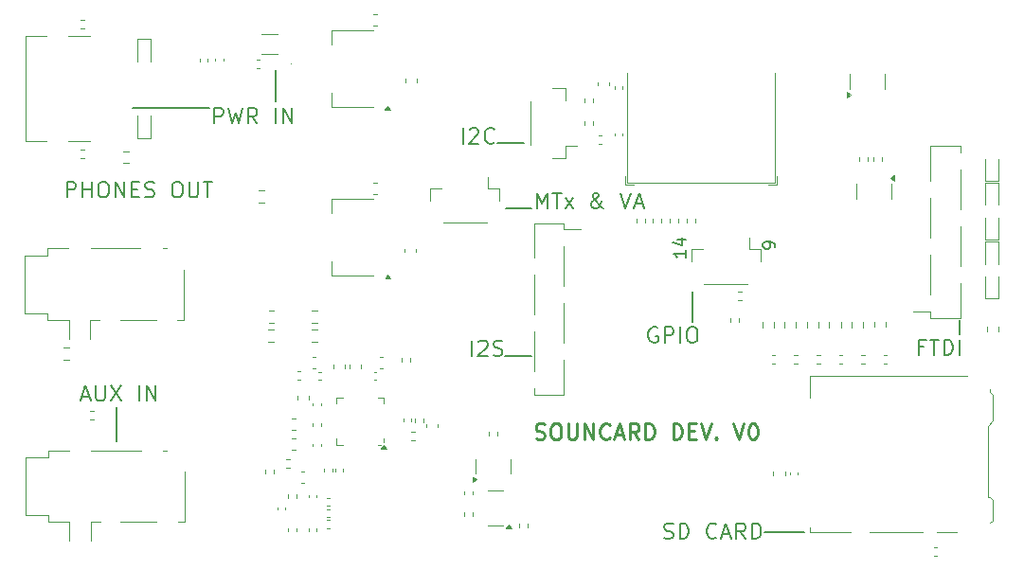
<source format=gbr>
%TF.GenerationSoftware,KiCad,Pcbnew,8.0.8-8.0.8-0~ubuntu24.04.1*%
%TF.CreationDate,2025-05-06T14:12:09+03:00*%
%TF.ProjectId,kicad_soundcard_dev_v0,6b696361-645f-4736-9f75-6e6463617264,rev?*%
%TF.SameCoordinates,Original*%
%TF.FileFunction,Legend,Top*%
%TF.FilePolarity,Positive*%
%FSLAX46Y46*%
G04 Gerber Fmt 4.6, Leading zero omitted, Abs format (unit mm)*
G04 Created by KiCad (PCBNEW 8.0.8-8.0.8-0~ubuntu24.04.1) date 2025-05-06 14:12:09*
%MOMM*%
%LPD*%
G01*
G04 APERTURE LIST*
%ADD10C,0.240000*%
%ADD11C,0.155000*%
%ADD12C,0.160000*%
%ADD13C,0.120000*%
%ADD14C,0.100000*%
G04 APERTURE END LIST*
D10*
X183754560Y-99799520D02*
X183954560Y-99866186D01*
X183954560Y-99866186D02*
X184287894Y-99866186D01*
X184287894Y-99866186D02*
X184421227Y-99799520D01*
X184421227Y-99799520D02*
X184487894Y-99732853D01*
X184487894Y-99732853D02*
X184554560Y-99599520D01*
X184554560Y-99599520D02*
X184554560Y-99466186D01*
X184554560Y-99466186D02*
X184487894Y-99332853D01*
X184487894Y-99332853D02*
X184421227Y-99266186D01*
X184421227Y-99266186D02*
X184287894Y-99199520D01*
X184287894Y-99199520D02*
X184021227Y-99132853D01*
X184021227Y-99132853D02*
X183887894Y-99066186D01*
X183887894Y-99066186D02*
X183821227Y-98999520D01*
X183821227Y-98999520D02*
X183754560Y-98866186D01*
X183754560Y-98866186D02*
X183754560Y-98732853D01*
X183754560Y-98732853D02*
X183821227Y-98599520D01*
X183821227Y-98599520D02*
X183887894Y-98532853D01*
X183887894Y-98532853D02*
X184021227Y-98466186D01*
X184021227Y-98466186D02*
X184354560Y-98466186D01*
X184354560Y-98466186D02*
X184554560Y-98532853D01*
X185421227Y-98466186D02*
X185687893Y-98466186D01*
X185687893Y-98466186D02*
X185821227Y-98532853D01*
X185821227Y-98532853D02*
X185954560Y-98666186D01*
X185954560Y-98666186D02*
X186021227Y-98932853D01*
X186021227Y-98932853D02*
X186021227Y-99399520D01*
X186021227Y-99399520D02*
X185954560Y-99666186D01*
X185954560Y-99666186D02*
X185821227Y-99799520D01*
X185821227Y-99799520D02*
X185687893Y-99866186D01*
X185687893Y-99866186D02*
X185421227Y-99866186D01*
X185421227Y-99866186D02*
X185287893Y-99799520D01*
X185287893Y-99799520D02*
X185154560Y-99666186D01*
X185154560Y-99666186D02*
X185087893Y-99399520D01*
X185087893Y-99399520D02*
X185087893Y-98932853D01*
X185087893Y-98932853D02*
X185154560Y-98666186D01*
X185154560Y-98666186D02*
X185287893Y-98532853D01*
X185287893Y-98532853D02*
X185421227Y-98466186D01*
X186621227Y-98466186D02*
X186621227Y-99599520D01*
X186621227Y-99599520D02*
X186687894Y-99732853D01*
X186687894Y-99732853D02*
X186754560Y-99799520D01*
X186754560Y-99799520D02*
X186887894Y-99866186D01*
X186887894Y-99866186D02*
X187154560Y-99866186D01*
X187154560Y-99866186D02*
X187287894Y-99799520D01*
X187287894Y-99799520D02*
X187354560Y-99732853D01*
X187354560Y-99732853D02*
X187421227Y-99599520D01*
X187421227Y-99599520D02*
X187421227Y-98466186D01*
X188087894Y-99866186D02*
X188087894Y-98466186D01*
X188087894Y-98466186D02*
X188887894Y-99866186D01*
X188887894Y-99866186D02*
X188887894Y-98466186D01*
X190354561Y-99732853D02*
X190287894Y-99799520D01*
X190287894Y-99799520D02*
X190087894Y-99866186D01*
X190087894Y-99866186D02*
X189954561Y-99866186D01*
X189954561Y-99866186D02*
X189754561Y-99799520D01*
X189754561Y-99799520D02*
X189621228Y-99666186D01*
X189621228Y-99666186D02*
X189554561Y-99532853D01*
X189554561Y-99532853D02*
X189487894Y-99266186D01*
X189487894Y-99266186D02*
X189487894Y-99066186D01*
X189487894Y-99066186D02*
X189554561Y-98799520D01*
X189554561Y-98799520D02*
X189621228Y-98666186D01*
X189621228Y-98666186D02*
X189754561Y-98532853D01*
X189754561Y-98532853D02*
X189954561Y-98466186D01*
X189954561Y-98466186D02*
X190087894Y-98466186D01*
X190087894Y-98466186D02*
X190287894Y-98532853D01*
X190287894Y-98532853D02*
X190354561Y-98599520D01*
X190887894Y-99466186D02*
X191554561Y-99466186D01*
X190754561Y-99866186D02*
X191221228Y-98466186D01*
X191221228Y-98466186D02*
X191687894Y-99866186D01*
X192954561Y-99866186D02*
X192487894Y-99199520D01*
X192154561Y-99866186D02*
X192154561Y-98466186D01*
X192154561Y-98466186D02*
X192687894Y-98466186D01*
X192687894Y-98466186D02*
X192821228Y-98532853D01*
X192821228Y-98532853D02*
X192887894Y-98599520D01*
X192887894Y-98599520D02*
X192954561Y-98732853D01*
X192954561Y-98732853D02*
X192954561Y-98932853D01*
X192954561Y-98932853D02*
X192887894Y-99066186D01*
X192887894Y-99066186D02*
X192821228Y-99132853D01*
X192821228Y-99132853D02*
X192687894Y-99199520D01*
X192687894Y-99199520D02*
X192154561Y-99199520D01*
X193554561Y-99866186D02*
X193554561Y-98466186D01*
X193554561Y-98466186D02*
X193887894Y-98466186D01*
X193887894Y-98466186D02*
X194087894Y-98532853D01*
X194087894Y-98532853D02*
X194221228Y-98666186D01*
X194221228Y-98666186D02*
X194287894Y-98799520D01*
X194287894Y-98799520D02*
X194354561Y-99066186D01*
X194354561Y-99066186D02*
X194354561Y-99266186D01*
X194354561Y-99266186D02*
X194287894Y-99532853D01*
X194287894Y-99532853D02*
X194221228Y-99666186D01*
X194221228Y-99666186D02*
X194087894Y-99799520D01*
X194087894Y-99799520D02*
X193887894Y-99866186D01*
X193887894Y-99866186D02*
X193554561Y-99866186D01*
X196021228Y-99866186D02*
X196021228Y-98466186D01*
X196021228Y-98466186D02*
X196354561Y-98466186D01*
X196354561Y-98466186D02*
X196554561Y-98532853D01*
X196554561Y-98532853D02*
X196687895Y-98666186D01*
X196687895Y-98666186D02*
X196754561Y-98799520D01*
X196754561Y-98799520D02*
X196821228Y-99066186D01*
X196821228Y-99066186D02*
X196821228Y-99266186D01*
X196821228Y-99266186D02*
X196754561Y-99532853D01*
X196754561Y-99532853D02*
X196687895Y-99666186D01*
X196687895Y-99666186D02*
X196554561Y-99799520D01*
X196554561Y-99799520D02*
X196354561Y-99866186D01*
X196354561Y-99866186D02*
X196021228Y-99866186D01*
X197421228Y-99132853D02*
X197887895Y-99132853D01*
X198087895Y-99866186D02*
X197421228Y-99866186D01*
X197421228Y-99866186D02*
X197421228Y-98466186D01*
X197421228Y-98466186D02*
X198087895Y-98466186D01*
X198487895Y-98466186D02*
X198954562Y-99866186D01*
X198954562Y-99866186D02*
X199421228Y-98466186D01*
X199887895Y-99732853D02*
X199954562Y-99799520D01*
X199954562Y-99799520D02*
X199887895Y-99866186D01*
X199887895Y-99866186D02*
X199821228Y-99799520D01*
X199821228Y-99799520D02*
X199887895Y-99732853D01*
X199887895Y-99732853D02*
X199887895Y-99866186D01*
X201421229Y-98466186D02*
X201887896Y-99866186D01*
X201887896Y-99866186D02*
X202354562Y-98466186D01*
X203087896Y-98466186D02*
X203221229Y-98466186D01*
X203221229Y-98466186D02*
X203354562Y-98532853D01*
X203354562Y-98532853D02*
X203421229Y-98599520D01*
X203421229Y-98599520D02*
X203487896Y-98732853D01*
X203487896Y-98732853D02*
X203554562Y-98999520D01*
X203554562Y-98999520D02*
X203554562Y-99332853D01*
X203554562Y-99332853D02*
X203487896Y-99599520D01*
X203487896Y-99599520D02*
X203421229Y-99732853D01*
X203421229Y-99732853D02*
X203354562Y-99799520D01*
X203354562Y-99799520D02*
X203221229Y-99866186D01*
X203221229Y-99866186D02*
X203087896Y-99866186D01*
X203087896Y-99866186D02*
X202954562Y-99799520D01*
X202954562Y-99799520D02*
X202887896Y-99732853D01*
X202887896Y-99732853D02*
X202821229Y-99599520D01*
X202821229Y-99599520D02*
X202754562Y-99332853D01*
X202754562Y-99332853D02*
X202754562Y-98999520D01*
X202754562Y-98999520D02*
X202821229Y-98732853D01*
X202821229Y-98732853D02*
X202887896Y-98599520D01*
X202887896Y-98599520D02*
X202954562Y-98532853D01*
X202954562Y-98532853D02*
X203087896Y-98466186D01*
D11*
X181050000Y-79225000D02*
X183350000Y-79225000D01*
X146300000Y-100050000D02*
X146300000Y-96950000D01*
X154600000Y-70200000D02*
X147700000Y-70200000D01*
X160470000Y-69650000D02*
X160470000Y-66870000D01*
X180350000Y-73400000D02*
X182650000Y-73400000D01*
X221650000Y-90500000D02*
X221650000Y-89200000D01*
X204150000Y-108150000D02*
X207750000Y-108150000D01*
X180990000Y-92410000D02*
X183335000Y-92410000D01*
X197740000Y-89350000D02*
X197740000Y-86650000D01*
X195218639Y-108703940D02*
X195418639Y-108770606D01*
X195418639Y-108770606D02*
X195751973Y-108770606D01*
X195751973Y-108770606D02*
X195885306Y-108703940D01*
X195885306Y-108703940D02*
X195951973Y-108637273D01*
X195951973Y-108637273D02*
X196018639Y-108503940D01*
X196018639Y-108503940D02*
X196018639Y-108370606D01*
X196018639Y-108370606D02*
X195951973Y-108237273D01*
X195951973Y-108237273D02*
X195885306Y-108170606D01*
X195885306Y-108170606D02*
X195751973Y-108103940D01*
X195751973Y-108103940D02*
X195485306Y-108037273D01*
X195485306Y-108037273D02*
X195351973Y-107970606D01*
X195351973Y-107970606D02*
X195285306Y-107903940D01*
X195285306Y-107903940D02*
X195218639Y-107770606D01*
X195218639Y-107770606D02*
X195218639Y-107637273D01*
X195218639Y-107637273D02*
X195285306Y-107503940D01*
X195285306Y-107503940D02*
X195351973Y-107437273D01*
X195351973Y-107437273D02*
X195485306Y-107370606D01*
X195485306Y-107370606D02*
X195818639Y-107370606D01*
X195818639Y-107370606D02*
X196018639Y-107437273D01*
X196618639Y-108770606D02*
X196618639Y-107370606D01*
X196618639Y-107370606D02*
X196951972Y-107370606D01*
X196951972Y-107370606D02*
X197151972Y-107437273D01*
X197151972Y-107437273D02*
X197285306Y-107570606D01*
X197285306Y-107570606D02*
X197351972Y-107703940D01*
X197351972Y-107703940D02*
X197418639Y-107970606D01*
X197418639Y-107970606D02*
X197418639Y-108170606D01*
X197418639Y-108170606D02*
X197351972Y-108437273D01*
X197351972Y-108437273D02*
X197285306Y-108570606D01*
X197285306Y-108570606D02*
X197151972Y-108703940D01*
X197151972Y-108703940D02*
X196951972Y-108770606D01*
X196951972Y-108770606D02*
X196618639Y-108770606D01*
X199885306Y-108637273D02*
X199818639Y-108703940D01*
X199818639Y-108703940D02*
X199618639Y-108770606D01*
X199618639Y-108770606D02*
X199485306Y-108770606D01*
X199485306Y-108770606D02*
X199285306Y-108703940D01*
X199285306Y-108703940D02*
X199151973Y-108570606D01*
X199151973Y-108570606D02*
X199085306Y-108437273D01*
X199085306Y-108437273D02*
X199018639Y-108170606D01*
X199018639Y-108170606D02*
X199018639Y-107970606D01*
X199018639Y-107970606D02*
X199085306Y-107703940D01*
X199085306Y-107703940D02*
X199151973Y-107570606D01*
X199151973Y-107570606D02*
X199285306Y-107437273D01*
X199285306Y-107437273D02*
X199485306Y-107370606D01*
X199485306Y-107370606D02*
X199618639Y-107370606D01*
X199618639Y-107370606D02*
X199818639Y-107437273D01*
X199818639Y-107437273D02*
X199885306Y-107503940D01*
X200418639Y-108370606D02*
X201085306Y-108370606D01*
X200285306Y-108770606D02*
X200751973Y-107370606D01*
X200751973Y-107370606D02*
X201218639Y-108770606D01*
X202485306Y-108770606D02*
X202018639Y-108103940D01*
X201685306Y-108770606D02*
X201685306Y-107370606D01*
X201685306Y-107370606D02*
X202218639Y-107370606D01*
X202218639Y-107370606D02*
X202351973Y-107437273D01*
X202351973Y-107437273D02*
X202418639Y-107503940D01*
X202418639Y-107503940D02*
X202485306Y-107637273D01*
X202485306Y-107637273D02*
X202485306Y-107837273D01*
X202485306Y-107837273D02*
X202418639Y-107970606D01*
X202418639Y-107970606D02*
X202351973Y-108037273D01*
X202351973Y-108037273D02*
X202218639Y-108103940D01*
X202218639Y-108103940D02*
X201685306Y-108103940D01*
X203085306Y-108770606D02*
X203085306Y-107370606D01*
X203085306Y-107370606D02*
X203418639Y-107370606D01*
X203418639Y-107370606D02*
X203618639Y-107437273D01*
X203618639Y-107437273D02*
X203751973Y-107570606D01*
X203751973Y-107570606D02*
X203818639Y-107703940D01*
X203818639Y-107703940D02*
X203885306Y-107970606D01*
X203885306Y-107970606D02*
X203885306Y-108170606D01*
X203885306Y-108170606D02*
X203818639Y-108437273D01*
X203818639Y-108437273D02*
X203751973Y-108570606D01*
X203751973Y-108570606D02*
X203618639Y-108703940D01*
X203618639Y-108703940D02*
X203418639Y-108770606D01*
X203418639Y-108770606D02*
X203085306Y-108770606D01*
X141835306Y-78220606D02*
X141835306Y-76820606D01*
X141835306Y-76820606D02*
X142368639Y-76820606D01*
X142368639Y-76820606D02*
X142501973Y-76887273D01*
X142501973Y-76887273D02*
X142568639Y-76953940D01*
X142568639Y-76953940D02*
X142635306Y-77087273D01*
X142635306Y-77087273D02*
X142635306Y-77287273D01*
X142635306Y-77287273D02*
X142568639Y-77420606D01*
X142568639Y-77420606D02*
X142501973Y-77487273D01*
X142501973Y-77487273D02*
X142368639Y-77553940D01*
X142368639Y-77553940D02*
X141835306Y-77553940D01*
X143235306Y-78220606D02*
X143235306Y-76820606D01*
X143235306Y-77487273D02*
X144035306Y-77487273D01*
X144035306Y-78220606D02*
X144035306Y-76820606D01*
X144968640Y-76820606D02*
X145235306Y-76820606D01*
X145235306Y-76820606D02*
X145368640Y-76887273D01*
X145368640Y-76887273D02*
X145501973Y-77020606D01*
X145501973Y-77020606D02*
X145568640Y-77287273D01*
X145568640Y-77287273D02*
X145568640Y-77753940D01*
X145568640Y-77753940D02*
X145501973Y-78020606D01*
X145501973Y-78020606D02*
X145368640Y-78153940D01*
X145368640Y-78153940D02*
X145235306Y-78220606D01*
X145235306Y-78220606D02*
X144968640Y-78220606D01*
X144968640Y-78220606D02*
X144835306Y-78153940D01*
X144835306Y-78153940D02*
X144701973Y-78020606D01*
X144701973Y-78020606D02*
X144635306Y-77753940D01*
X144635306Y-77753940D02*
X144635306Y-77287273D01*
X144635306Y-77287273D02*
X144701973Y-77020606D01*
X144701973Y-77020606D02*
X144835306Y-76887273D01*
X144835306Y-76887273D02*
X144968640Y-76820606D01*
X146168640Y-78220606D02*
X146168640Y-76820606D01*
X146168640Y-76820606D02*
X146968640Y-78220606D01*
X146968640Y-78220606D02*
X146968640Y-76820606D01*
X147635307Y-77487273D02*
X148101974Y-77487273D01*
X148301974Y-78220606D02*
X147635307Y-78220606D01*
X147635307Y-78220606D02*
X147635307Y-76820606D01*
X147635307Y-76820606D02*
X148301974Y-76820606D01*
X148835307Y-78153940D02*
X149035307Y-78220606D01*
X149035307Y-78220606D02*
X149368641Y-78220606D01*
X149368641Y-78220606D02*
X149501974Y-78153940D01*
X149501974Y-78153940D02*
X149568641Y-78087273D01*
X149568641Y-78087273D02*
X149635307Y-77953940D01*
X149635307Y-77953940D02*
X149635307Y-77820606D01*
X149635307Y-77820606D02*
X149568641Y-77687273D01*
X149568641Y-77687273D02*
X149501974Y-77620606D01*
X149501974Y-77620606D02*
X149368641Y-77553940D01*
X149368641Y-77553940D02*
X149101974Y-77487273D01*
X149101974Y-77487273D02*
X148968641Y-77420606D01*
X148968641Y-77420606D02*
X148901974Y-77353940D01*
X148901974Y-77353940D02*
X148835307Y-77220606D01*
X148835307Y-77220606D02*
X148835307Y-77087273D01*
X148835307Y-77087273D02*
X148901974Y-76953940D01*
X148901974Y-76953940D02*
X148968641Y-76887273D01*
X148968641Y-76887273D02*
X149101974Y-76820606D01*
X149101974Y-76820606D02*
X149435307Y-76820606D01*
X149435307Y-76820606D02*
X149635307Y-76887273D01*
X151568641Y-76820606D02*
X151835307Y-76820606D01*
X151835307Y-76820606D02*
X151968641Y-76887273D01*
X151968641Y-76887273D02*
X152101974Y-77020606D01*
X152101974Y-77020606D02*
X152168641Y-77287273D01*
X152168641Y-77287273D02*
X152168641Y-77753940D01*
X152168641Y-77753940D02*
X152101974Y-78020606D01*
X152101974Y-78020606D02*
X151968641Y-78153940D01*
X151968641Y-78153940D02*
X151835307Y-78220606D01*
X151835307Y-78220606D02*
X151568641Y-78220606D01*
X151568641Y-78220606D02*
X151435307Y-78153940D01*
X151435307Y-78153940D02*
X151301974Y-78020606D01*
X151301974Y-78020606D02*
X151235307Y-77753940D01*
X151235307Y-77753940D02*
X151235307Y-77287273D01*
X151235307Y-77287273D02*
X151301974Y-77020606D01*
X151301974Y-77020606D02*
X151435307Y-76887273D01*
X151435307Y-76887273D02*
X151568641Y-76820606D01*
X152768641Y-76820606D02*
X152768641Y-77953940D01*
X152768641Y-77953940D02*
X152835308Y-78087273D01*
X152835308Y-78087273D02*
X152901974Y-78153940D01*
X152901974Y-78153940D02*
X153035308Y-78220606D01*
X153035308Y-78220606D02*
X153301974Y-78220606D01*
X153301974Y-78220606D02*
X153435308Y-78153940D01*
X153435308Y-78153940D02*
X153501974Y-78087273D01*
X153501974Y-78087273D02*
X153568641Y-77953940D01*
X153568641Y-77953940D02*
X153568641Y-76820606D01*
X154035308Y-76820606D02*
X154835308Y-76820606D01*
X154435308Y-78220606D02*
X154435308Y-76820606D01*
X177235306Y-73420606D02*
X177235306Y-72020606D01*
X177835306Y-72153940D02*
X177901973Y-72087273D01*
X177901973Y-72087273D02*
X178035306Y-72020606D01*
X178035306Y-72020606D02*
X178368640Y-72020606D01*
X178368640Y-72020606D02*
X178501973Y-72087273D01*
X178501973Y-72087273D02*
X178568640Y-72153940D01*
X178568640Y-72153940D02*
X178635306Y-72287273D01*
X178635306Y-72287273D02*
X178635306Y-72420606D01*
X178635306Y-72420606D02*
X178568640Y-72620606D01*
X178568640Y-72620606D02*
X177768640Y-73420606D01*
X177768640Y-73420606D02*
X178635306Y-73420606D01*
X180035306Y-73287273D02*
X179968639Y-73353940D01*
X179968639Y-73353940D02*
X179768639Y-73420606D01*
X179768639Y-73420606D02*
X179635306Y-73420606D01*
X179635306Y-73420606D02*
X179435306Y-73353940D01*
X179435306Y-73353940D02*
X179301973Y-73220606D01*
X179301973Y-73220606D02*
X179235306Y-73087273D01*
X179235306Y-73087273D02*
X179168639Y-72820606D01*
X179168639Y-72820606D02*
X179168639Y-72620606D01*
X179168639Y-72620606D02*
X179235306Y-72353940D01*
X179235306Y-72353940D02*
X179301973Y-72220606D01*
X179301973Y-72220606D02*
X179435306Y-72087273D01*
X179435306Y-72087273D02*
X179635306Y-72020606D01*
X179635306Y-72020606D02*
X179768639Y-72020606D01*
X179768639Y-72020606D02*
X179968639Y-72087273D01*
X179968639Y-72087273D02*
X180035306Y-72153940D01*
D12*
X218433333Y-91606013D02*
X217966666Y-91606013D01*
X217966666Y-92339346D02*
X217966666Y-90939346D01*
X217966666Y-90939346D02*
X218633333Y-90939346D01*
X218966666Y-90939346D02*
X219766666Y-90939346D01*
X219366666Y-92339346D02*
X219366666Y-90939346D01*
X220233333Y-92339346D02*
X220233333Y-90939346D01*
X220233333Y-90939346D02*
X220566666Y-90939346D01*
X220566666Y-90939346D02*
X220766666Y-91006013D01*
X220766666Y-91006013D02*
X220900000Y-91139346D01*
X220900000Y-91139346D02*
X220966666Y-91272680D01*
X220966666Y-91272680D02*
X221033333Y-91539346D01*
X221033333Y-91539346D02*
X221033333Y-91739346D01*
X221033333Y-91739346D02*
X220966666Y-92006013D01*
X220966666Y-92006013D02*
X220900000Y-92139346D01*
X220900000Y-92139346D02*
X220766666Y-92272680D01*
X220766666Y-92272680D02*
X220566666Y-92339346D01*
X220566666Y-92339346D02*
X220233333Y-92339346D01*
X221633333Y-92339346D02*
X221633333Y-90939346D01*
D11*
X143168639Y-96020606D02*
X143835306Y-96020606D01*
X143035306Y-96420606D02*
X143501973Y-95020606D01*
X143501973Y-95020606D02*
X143968639Y-96420606D01*
X144435306Y-95020606D02*
X144435306Y-96153940D01*
X144435306Y-96153940D02*
X144501973Y-96287273D01*
X144501973Y-96287273D02*
X144568639Y-96353940D01*
X144568639Y-96353940D02*
X144701973Y-96420606D01*
X144701973Y-96420606D02*
X144968639Y-96420606D01*
X144968639Y-96420606D02*
X145101973Y-96353940D01*
X145101973Y-96353940D02*
X145168639Y-96287273D01*
X145168639Y-96287273D02*
X145235306Y-96153940D01*
X145235306Y-96153940D02*
X145235306Y-95020606D01*
X145768640Y-95020606D02*
X146701973Y-96420606D01*
X146701973Y-95020606D02*
X145768640Y-96420606D01*
X148301973Y-96420606D02*
X148301973Y-95020606D01*
X148968640Y-96420606D02*
X148968640Y-95020606D01*
X148968640Y-95020606D02*
X149768640Y-96420606D01*
X149768640Y-96420606D02*
X149768640Y-95020606D01*
X178035306Y-92420606D02*
X178035306Y-91020606D01*
X178635306Y-91153940D02*
X178701973Y-91087273D01*
X178701973Y-91087273D02*
X178835306Y-91020606D01*
X178835306Y-91020606D02*
X179168640Y-91020606D01*
X179168640Y-91020606D02*
X179301973Y-91087273D01*
X179301973Y-91087273D02*
X179368640Y-91153940D01*
X179368640Y-91153940D02*
X179435306Y-91287273D01*
X179435306Y-91287273D02*
X179435306Y-91420606D01*
X179435306Y-91420606D02*
X179368640Y-91620606D01*
X179368640Y-91620606D02*
X178568640Y-92420606D01*
X178568640Y-92420606D02*
X179435306Y-92420606D01*
X179968639Y-92353940D02*
X180168639Y-92420606D01*
X180168639Y-92420606D02*
X180501973Y-92420606D01*
X180501973Y-92420606D02*
X180635306Y-92353940D01*
X180635306Y-92353940D02*
X180701973Y-92287273D01*
X180701973Y-92287273D02*
X180768639Y-92153940D01*
X180768639Y-92153940D02*
X180768639Y-92020606D01*
X180768639Y-92020606D02*
X180701973Y-91887273D01*
X180701973Y-91887273D02*
X180635306Y-91820606D01*
X180635306Y-91820606D02*
X180501973Y-91753940D01*
X180501973Y-91753940D02*
X180235306Y-91687273D01*
X180235306Y-91687273D02*
X180101973Y-91620606D01*
X180101973Y-91620606D02*
X180035306Y-91553940D01*
X180035306Y-91553940D02*
X179968639Y-91420606D01*
X179968639Y-91420606D02*
X179968639Y-91287273D01*
X179968639Y-91287273D02*
X180035306Y-91153940D01*
X180035306Y-91153940D02*
X180101973Y-91087273D01*
X180101973Y-91087273D02*
X180235306Y-91020606D01*
X180235306Y-91020606D02*
X180568639Y-91020606D01*
X180568639Y-91020606D02*
X180768639Y-91087273D01*
X183835306Y-79220606D02*
X183835306Y-77820606D01*
X183835306Y-77820606D02*
X184301973Y-78820606D01*
X184301973Y-78820606D02*
X184768639Y-77820606D01*
X184768639Y-77820606D02*
X184768639Y-79220606D01*
X185235306Y-77820606D02*
X186035306Y-77820606D01*
X185635306Y-79220606D02*
X185635306Y-77820606D01*
X186368640Y-79220606D02*
X187101973Y-78287273D01*
X186368640Y-78287273D02*
X187101973Y-79220606D01*
X189835306Y-79220606D02*
X189768640Y-79220606D01*
X189768640Y-79220606D02*
X189635306Y-79153940D01*
X189635306Y-79153940D02*
X189435306Y-78953940D01*
X189435306Y-78953940D02*
X189101973Y-78553940D01*
X189101973Y-78553940D02*
X188968640Y-78353940D01*
X188968640Y-78353940D02*
X188901973Y-78153940D01*
X188901973Y-78153940D02*
X188901973Y-78020606D01*
X188901973Y-78020606D02*
X188968640Y-77887273D01*
X188968640Y-77887273D02*
X189101973Y-77820606D01*
X189101973Y-77820606D02*
X189168640Y-77820606D01*
X189168640Y-77820606D02*
X189301973Y-77887273D01*
X189301973Y-77887273D02*
X189368640Y-78020606D01*
X189368640Y-78020606D02*
X189368640Y-78087273D01*
X189368640Y-78087273D02*
X189301973Y-78220606D01*
X189301973Y-78220606D02*
X189235306Y-78287273D01*
X189235306Y-78287273D02*
X188835306Y-78553940D01*
X188835306Y-78553940D02*
X188768640Y-78620606D01*
X188768640Y-78620606D02*
X188701973Y-78753940D01*
X188701973Y-78753940D02*
X188701973Y-78953940D01*
X188701973Y-78953940D02*
X188768640Y-79087273D01*
X188768640Y-79087273D02*
X188835306Y-79153940D01*
X188835306Y-79153940D02*
X188968640Y-79220606D01*
X188968640Y-79220606D02*
X189168640Y-79220606D01*
X189168640Y-79220606D02*
X189301973Y-79153940D01*
X189301973Y-79153940D02*
X189368640Y-79087273D01*
X189368640Y-79087273D02*
X189568640Y-78820606D01*
X189568640Y-78820606D02*
X189635306Y-78620606D01*
X189635306Y-78620606D02*
X189635306Y-78487273D01*
X191301973Y-77820606D02*
X191768640Y-79220606D01*
X191768640Y-79220606D02*
X192235306Y-77820606D01*
X192635306Y-78820606D02*
X193301973Y-78820606D01*
X192501973Y-79220606D02*
X192968640Y-77820606D01*
X192968640Y-77820606D02*
X193435306Y-79220606D01*
D12*
X205140560Y-82709523D02*
X205140560Y-82499999D01*
X205140560Y-82499999D02*
X205088180Y-82395237D01*
X205088180Y-82395237D02*
X205035799Y-82342856D01*
X205035799Y-82342856D02*
X204878656Y-82238094D01*
X204878656Y-82238094D02*
X204669132Y-82185713D01*
X204669132Y-82185713D02*
X204250084Y-82185713D01*
X204250084Y-82185713D02*
X204145322Y-82238094D01*
X204145322Y-82238094D02*
X204092941Y-82290475D01*
X204092941Y-82290475D02*
X204040560Y-82395237D01*
X204040560Y-82395237D02*
X204040560Y-82604761D01*
X204040560Y-82604761D02*
X204092941Y-82709523D01*
X204092941Y-82709523D02*
X204145322Y-82761904D01*
X204145322Y-82761904D02*
X204250084Y-82814285D01*
X204250084Y-82814285D02*
X204511989Y-82814285D01*
X204511989Y-82814285D02*
X204616751Y-82761904D01*
X204616751Y-82761904D02*
X204669132Y-82709523D01*
X204669132Y-82709523D02*
X204721513Y-82604761D01*
X204721513Y-82604761D02*
X204721513Y-82395237D01*
X204721513Y-82395237D02*
X204669132Y-82290475D01*
X204669132Y-82290475D02*
X204616751Y-82238094D01*
X204616751Y-82238094D02*
X204511989Y-82185713D01*
D11*
X155035306Y-71620606D02*
X155035306Y-70220606D01*
X155035306Y-70220606D02*
X155568639Y-70220606D01*
X155568639Y-70220606D02*
X155701973Y-70287273D01*
X155701973Y-70287273D02*
X155768639Y-70353940D01*
X155768639Y-70353940D02*
X155835306Y-70487273D01*
X155835306Y-70487273D02*
X155835306Y-70687273D01*
X155835306Y-70687273D02*
X155768639Y-70820606D01*
X155768639Y-70820606D02*
X155701973Y-70887273D01*
X155701973Y-70887273D02*
X155568639Y-70953940D01*
X155568639Y-70953940D02*
X155035306Y-70953940D01*
X156301973Y-70220606D02*
X156635306Y-71620606D01*
X156635306Y-71620606D02*
X156901973Y-70620606D01*
X156901973Y-70620606D02*
X157168639Y-71620606D01*
X157168639Y-71620606D02*
X157501973Y-70220606D01*
X158835306Y-71620606D02*
X158368639Y-70953940D01*
X158035306Y-71620606D02*
X158035306Y-70220606D01*
X158035306Y-70220606D02*
X158568639Y-70220606D01*
X158568639Y-70220606D02*
X158701973Y-70287273D01*
X158701973Y-70287273D02*
X158768639Y-70353940D01*
X158768639Y-70353940D02*
X158835306Y-70487273D01*
X158835306Y-70487273D02*
X158835306Y-70687273D01*
X158835306Y-70687273D02*
X158768639Y-70820606D01*
X158768639Y-70820606D02*
X158701973Y-70887273D01*
X158701973Y-70887273D02*
X158568639Y-70953940D01*
X158568639Y-70953940D02*
X158035306Y-70953940D01*
X160501973Y-71620606D02*
X160501973Y-70220606D01*
X161168640Y-71620606D02*
X161168640Y-70220606D01*
X161168640Y-70220606D02*
X161968640Y-71620606D01*
X161968640Y-71620606D02*
X161968640Y-70220606D01*
D12*
X197150560Y-82959523D02*
X197150560Y-83588095D01*
X197150560Y-83273809D02*
X196050560Y-83273809D01*
X196050560Y-83273809D02*
X196207703Y-83378571D01*
X196207703Y-83378571D02*
X196312465Y-83483333D01*
X196312465Y-83483333D02*
X196364846Y-83588095D01*
X196417227Y-82016666D02*
X197150560Y-82016666D01*
X195998180Y-82278571D02*
X196783894Y-82540476D01*
X196783894Y-82540476D02*
X196783894Y-81859523D01*
D11*
X194608639Y-89887273D02*
X194475306Y-89820606D01*
X194475306Y-89820606D02*
X194275306Y-89820606D01*
X194275306Y-89820606D02*
X194075306Y-89887273D01*
X194075306Y-89887273D02*
X193941973Y-90020606D01*
X193941973Y-90020606D02*
X193875306Y-90153940D01*
X193875306Y-90153940D02*
X193808639Y-90420606D01*
X193808639Y-90420606D02*
X193808639Y-90620606D01*
X193808639Y-90620606D02*
X193875306Y-90887273D01*
X193875306Y-90887273D02*
X193941973Y-91020606D01*
X193941973Y-91020606D02*
X194075306Y-91153940D01*
X194075306Y-91153940D02*
X194275306Y-91220606D01*
X194275306Y-91220606D02*
X194408639Y-91220606D01*
X194408639Y-91220606D02*
X194608639Y-91153940D01*
X194608639Y-91153940D02*
X194675306Y-91087273D01*
X194675306Y-91087273D02*
X194675306Y-90620606D01*
X194675306Y-90620606D02*
X194408639Y-90620606D01*
X195275306Y-91220606D02*
X195275306Y-89820606D01*
X195275306Y-89820606D02*
X195808639Y-89820606D01*
X195808639Y-89820606D02*
X195941973Y-89887273D01*
X195941973Y-89887273D02*
X196008639Y-89953940D01*
X196008639Y-89953940D02*
X196075306Y-90087273D01*
X196075306Y-90087273D02*
X196075306Y-90287273D01*
X196075306Y-90287273D02*
X196008639Y-90420606D01*
X196008639Y-90420606D02*
X195941973Y-90487273D01*
X195941973Y-90487273D02*
X195808639Y-90553940D01*
X195808639Y-90553940D02*
X195275306Y-90553940D01*
X196675306Y-91220606D02*
X196675306Y-89820606D01*
X197608640Y-89820606D02*
X197875306Y-89820606D01*
X197875306Y-89820606D02*
X198008640Y-89887273D01*
X198008640Y-89887273D02*
X198141973Y-90020606D01*
X198141973Y-90020606D02*
X198208640Y-90287273D01*
X198208640Y-90287273D02*
X198208640Y-90753940D01*
X198208640Y-90753940D02*
X198141973Y-91020606D01*
X198141973Y-91020606D02*
X198008640Y-91153940D01*
X198008640Y-91153940D02*
X197875306Y-91220606D01*
X197875306Y-91220606D02*
X197608640Y-91220606D01*
X197608640Y-91220606D02*
X197475306Y-91153940D01*
X197475306Y-91153940D02*
X197341973Y-91020606D01*
X197341973Y-91020606D02*
X197275306Y-90753940D01*
X197275306Y-90753940D02*
X197275306Y-90287273D01*
X197275306Y-90287273D02*
X197341973Y-90020606D01*
X197341973Y-90020606D02*
X197475306Y-89887273D01*
X197475306Y-89887273D02*
X197608640Y-89820606D01*
D13*
%TO.C,U201*%
X191700000Y-76300000D02*
X191700000Y-77100000D01*
X191700000Y-77100000D02*
X192500000Y-77100000D01*
X191900000Y-76900000D02*
X191910000Y-67110000D01*
X205100000Y-67090000D02*
X205100000Y-76900000D01*
X205100000Y-76900000D02*
X191900000Y-76900000D01*
X205300000Y-76300000D02*
X205300000Y-77100000D01*
X205300000Y-77100000D02*
X204500000Y-77100000D01*
%TO.C,R202*%
X188120000Y-71743641D02*
X188120000Y-71436359D01*
X188880000Y-71743641D02*
X188880000Y-71436359D01*
%TO.C,C416*%
X165827500Y-102522164D02*
X165827500Y-102737836D01*
X166547500Y-102522164D02*
X166547500Y-102737836D01*
%TO.C,R415*%
X161620000Y-107796359D02*
X161620000Y-108103641D01*
X162380000Y-107796359D02*
X162380000Y-108103641D01*
%TO.C,C106*%
X172120000Y-67649420D02*
X172120000Y-67930580D01*
X173140000Y-67649420D02*
X173140000Y-67930580D01*
%TO.C,R405*%
X195720000Y-80136359D02*
X195720000Y-80443641D01*
X196480000Y-80136359D02*
X196480000Y-80443641D01*
%TO.C,J203*%
X183615000Y-80520000D02*
X183615000Y-83630000D01*
X183615000Y-80520000D02*
X186275000Y-80520000D01*
X183615000Y-85150000D02*
X183615000Y-88710000D01*
X183615000Y-90230000D02*
X183615000Y-93790000D01*
X183615000Y-95310000D02*
X183615000Y-95880000D01*
X183615000Y-95880000D02*
X186275000Y-95880000D01*
X186275000Y-80520000D02*
X186275000Y-81090000D01*
X186275000Y-81090000D02*
X187795000Y-81090000D01*
X186275000Y-82610000D02*
X186275000Y-86170000D01*
X186275000Y-87690000D02*
X186275000Y-91250000D01*
X186275000Y-92770000D02*
X186275000Y-95880000D01*
%TO.C,C418*%
X165307836Y-105090000D02*
X165092164Y-105090000D01*
X165307836Y-105810000D02*
X165092164Y-105810000D01*
%TO.C,R106*%
X159200436Y-63610000D02*
X160654564Y-63610000D01*
X159200436Y-65430000D02*
X160654564Y-65430000D01*
%TO.C,C419*%
X160640000Y-105942164D02*
X160640000Y-106157836D01*
X161360000Y-105942164D02*
X161360000Y-106157836D01*
%TO.C,R422*%
X177370000Y-104496359D02*
X177370000Y-104803641D01*
X178130000Y-104496359D02*
X178130000Y-104803641D01*
%TO.C,Q402*%
X178390000Y-102287500D02*
X178390000Y-101637500D01*
X178390000Y-102287500D02*
X178390000Y-102937500D01*
X181510000Y-102287500D02*
X181510000Y-101637500D01*
X181510000Y-102287500D02*
X181510000Y-102937500D01*
X178440000Y-103450000D02*
X178110000Y-103690000D01*
X178110000Y-103210000D01*
X178440000Y-103450000D01*
G36*
X178440000Y-103450000D02*
G01*
X178110000Y-103690000D01*
X178110000Y-103210000D01*
X178440000Y-103450000D01*
G37*
%TO.C,C402*%
X171927500Y-98257836D02*
X171927500Y-98042164D01*
X172647500Y-98257836D02*
X172647500Y-98042164D01*
%TO.C,C101*%
X153715000Y-65832164D02*
X153715000Y-66047836D01*
X154435000Y-65832164D02*
X154435000Y-66047836D01*
%TO.C,R216*%
X207977500Y-89837258D02*
X207977500Y-89362742D01*
X209022500Y-89837258D02*
X209022500Y-89362742D01*
%TO.C,R221*%
X224077500Y-90237258D02*
X224077500Y-89762742D01*
X225122500Y-90237258D02*
X225122500Y-89762742D01*
%TO.C,C420*%
X165327836Y-107090000D02*
X165112164Y-107090000D01*
X165327836Y-107810000D02*
X165112164Y-107810000D01*
%TO.C,R213*%
X206846359Y-92320000D02*
X207153641Y-92320000D01*
X206846359Y-93080000D02*
X207153641Y-93080000D01*
%TO.C,R420*%
X142037258Y-91677500D02*
X141562742Y-91677500D01*
X142037258Y-92722500D02*
X141562742Y-92722500D01*
%TO.C,R206*%
X212615000Y-74636359D02*
X212615000Y-74943641D01*
X213375000Y-74636359D02*
X213375000Y-74943641D01*
%TO.C,R101*%
X143096359Y-73920000D02*
X143403641Y-73920000D01*
X143096359Y-74680000D02*
X143403641Y-74680000D01*
%TO.C,R219*%
X213977500Y-89812258D02*
X213977500Y-89337742D01*
X215022500Y-89812258D02*
X215022500Y-89337742D01*
%TO.C,C405*%
X162480000Y-95994420D02*
X162480000Y-96275580D01*
X163500000Y-95994420D02*
X163500000Y-96275580D01*
%TO.C,R423*%
X177370000Y-106703641D02*
X177370000Y-106396359D01*
X178130000Y-106703641D02*
X178130000Y-106396359D01*
%TO.C,C411*%
X163830000Y-100477836D02*
X163830000Y-100262164D01*
X164550000Y-100477836D02*
X164550000Y-100262164D01*
%TO.C,C425*%
X167140000Y-93209420D02*
X167140000Y-93490580D01*
X168160000Y-93209420D02*
X168160000Y-93490580D01*
%TO.C,C103*%
X169540580Y-76890000D02*
X169259420Y-76890000D01*
X169540580Y-77910000D02*
X169259420Y-77910000D01*
%TO.C,R217*%
X209977500Y-89837258D02*
X209977500Y-89362742D01*
X211022500Y-89837258D02*
X211022500Y-89362742D01*
%TO.C,R214*%
X205977500Y-89837258D02*
X205977500Y-89362742D01*
X207022500Y-89837258D02*
X207022500Y-89362742D01*
%TO.C,R406*%
X194220000Y-80146359D02*
X194220000Y-80453641D01*
X194980000Y-80146359D02*
X194980000Y-80453641D01*
%TO.C,R424*%
X179570000Y-99196359D02*
X179570000Y-99503641D01*
X180330000Y-99196359D02*
X180330000Y-99503641D01*
%TO.C,J401*%
X138150000Y-101450000D02*
X140150000Y-101450000D01*
X138150000Y-106650000D02*
X138150000Y-101450000D01*
X140150000Y-100850000D02*
X142000000Y-100850000D01*
X140150000Y-101450000D02*
X140150000Y-100850000D01*
X140150000Y-106650000D02*
X138150000Y-106650000D01*
X140150000Y-107250000D02*
X140150000Y-106650000D01*
X142050000Y-107250000D02*
X140150000Y-107250000D01*
X142050000Y-107250000D02*
X142050000Y-108950000D01*
X143950000Y-108950000D02*
X143950000Y-107250000D01*
X144000000Y-100850000D02*
X148450000Y-100850000D01*
X144800000Y-107250000D02*
X143950000Y-107250000D01*
X149850000Y-107250000D02*
X146650000Y-107250000D01*
X150450000Y-100850000D02*
X150800000Y-100850000D01*
X152350000Y-102750000D02*
X152350000Y-107250000D01*
X152350000Y-107250000D02*
X151750000Y-107250000D01*
%TO.C,R411*%
X161620000Y-104786359D02*
X161620000Y-105093641D01*
X162380000Y-104786359D02*
X162380000Y-105093641D01*
%TO.C,R218*%
X211977500Y-89837258D02*
X211977500Y-89362742D01*
X213022500Y-89837258D02*
X213022500Y-89362742D01*
%TO.C,R414*%
X159607500Y-102596359D02*
X159607500Y-102903641D01*
X160367500Y-102596359D02*
X160367500Y-102903641D01*
%TO.C,R412*%
X143946359Y-97320000D02*
X144253641Y-97320000D01*
X143946359Y-98080000D02*
X144253641Y-98080000D01*
%TO.C,C423*%
X162784420Y-102740000D02*
X163065580Y-102740000D01*
X162784420Y-103760000D02*
X163065580Y-103760000D01*
%TO.C,R418*%
X160337258Y-90077500D02*
X159862742Y-90077500D01*
X160337258Y-91122500D02*
X159862742Y-91122500D01*
%TO.C,C417*%
X163440000Y-104842164D02*
X163440000Y-105057836D01*
X164160000Y-104842164D02*
X164160000Y-105057836D01*
%TO.C,Q202*%
X212385000Y-77677500D02*
X212385000Y-77027500D01*
X212385000Y-77677500D02*
X212385000Y-78327500D01*
X215505000Y-77677500D02*
X215505000Y-77027500D01*
X215505000Y-77677500D02*
X215505000Y-78327500D01*
X215785000Y-76755000D02*
X215455000Y-76515000D01*
X215785000Y-76275000D01*
X215785000Y-76755000D01*
G36*
X215785000Y-76755000D02*
G01*
X215455000Y-76515000D01*
X215785000Y-76275000D01*
X215785000Y-76755000D01*
G37*
%TO.C,C206*%
X204990000Y-102759420D02*
X204990000Y-103040580D01*
X206010000Y-102759420D02*
X206010000Y-103040580D01*
%TO.C,D101*%
X148150000Y-66050000D02*
X148150000Y-64090000D01*
X149350000Y-64090000D02*
X148150000Y-64090000D01*
X149350000Y-66050000D02*
X149350000Y-64090000D01*
%TO.C,C105*%
X169540580Y-61840000D02*
X169259420Y-61840000D01*
X169540580Y-62860000D02*
X169259420Y-62860000D01*
%TO.C,R404*%
X197220000Y-80146359D02*
X197220000Y-80453641D01*
X197980000Y-80146359D02*
X197980000Y-80453641D01*
%TO.C,C207*%
X206440000Y-102792164D02*
X206440000Y-103007836D01*
X207160000Y-102792164D02*
X207160000Y-103007836D01*
%TO.C,J101*%
X138140000Y-63800000D02*
X138140000Y-73200000D01*
X140040000Y-63800000D02*
X138140000Y-63800000D01*
X140040000Y-73200000D02*
X138140000Y-73200000D01*
X143940000Y-63800000D02*
X141940000Y-63800000D01*
X143940000Y-73200000D02*
X141940000Y-73200000D01*
%TO.C,J202*%
X219025000Y-76740000D02*
X219025000Y-73630000D01*
X219025000Y-81820000D02*
X219025000Y-78260000D01*
X219025000Y-86900000D02*
X219025000Y-83340000D01*
X219025000Y-88420000D02*
X217505000Y-88420000D01*
X219025000Y-88990000D02*
X219025000Y-88420000D01*
X221685000Y-73630000D02*
X219025000Y-73630000D01*
X221685000Y-74200000D02*
X221685000Y-73630000D01*
X221685000Y-79280000D02*
X221685000Y-75720000D01*
X221685000Y-84360000D02*
X221685000Y-80800000D01*
X221685000Y-88990000D02*
X219025000Y-88990000D01*
X221685000Y-88990000D02*
X221685000Y-85880000D01*
%TO.C,C422*%
X165112164Y-106090000D02*
X165327836Y-106090000D01*
X165112164Y-106810000D02*
X165327836Y-106810000D01*
%TO.C,R416*%
X163737742Y-90077500D02*
X164212258Y-90077500D01*
X163737742Y-91122500D02*
X164212258Y-91122500D01*
%TO.C,R413*%
X161753641Y-101670000D02*
X161446359Y-101670000D01*
X161753641Y-102430000D02*
X161446359Y-102430000D01*
%TO.C,C205*%
X190790000Y-72727836D02*
X190790000Y-72512164D01*
X191510000Y-72727836D02*
X191510000Y-72512164D01*
%TO.C,D201*%
X223900000Y-85280000D02*
X223900000Y-87240000D01*
X223900000Y-87240000D02*
X225100000Y-87240000D01*
X225100000Y-85280000D02*
X225100000Y-87240000D01*
%TO.C,R403*%
X162728641Y-93795000D02*
X162421359Y-93795000D01*
X162728641Y-94555000D02*
X162421359Y-94555000D01*
%TO.C,R204*%
X201816359Y-86690000D02*
X202123641Y-86690000D01*
X201816359Y-87450000D02*
X202123641Y-87450000D01*
%TO.C,C401*%
X173977500Y-98790580D02*
X173977500Y-98509420D01*
X174997500Y-98790580D02*
X174997500Y-98509420D01*
%TO.C,R419*%
X160362258Y-88377500D02*
X159887742Y-88377500D01*
X160362258Y-89422500D02*
X159887742Y-89422500D01*
D14*
%TO.C,D103*%
X161955000Y-66320000D02*
G75*
G02*
X161855000Y-66320000I-50000J0D01*
G01*
X161855000Y-66320000D02*
G75*
G02*
X161955000Y-66320000I50000J0D01*
G01*
D13*
%TO.C,D202*%
X223900000Y-84160000D02*
X223900000Y-82200000D01*
X225100000Y-82200000D02*
X223900000Y-82200000D01*
X225100000Y-84160000D02*
X225100000Y-82200000D01*
%TO.C,R103*%
X146862742Y-74127500D02*
X147337258Y-74127500D01*
X146862742Y-75172500D02*
X147337258Y-75172500D01*
%TO.C,C412*%
X162248080Y-99810000D02*
X161966920Y-99810000D01*
X162248080Y-100830000D02*
X161966920Y-100830000D01*
%TO.C,R417*%
X163737742Y-88377500D02*
X164212258Y-88377500D01*
X163737742Y-89422500D02*
X164212258Y-89422500D01*
%TO.C,C415*%
X164827500Y-102522164D02*
X164827500Y-102737836D01*
X165547500Y-102522164D02*
X165547500Y-102737836D01*
%TO.C,U401*%
X165940000Y-96140000D02*
X165940000Y-96690000D01*
X165940000Y-100360000D02*
X165940000Y-99810000D01*
X166490000Y-96140000D02*
X165940000Y-96140000D01*
X166490000Y-100360000D02*
X165940000Y-100360000D01*
X169610000Y-96140000D02*
X170160000Y-96140000D01*
X169610000Y-100360000D02*
X169860000Y-100360000D01*
X170160000Y-96140000D02*
X170160000Y-96690000D01*
X170160000Y-99810000D02*
X170160000Y-100120000D01*
X170400000Y-100690000D02*
X169920000Y-100690000D01*
X170160000Y-100360000D01*
X170400000Y-100690000D01*
G36*
X170400000Y-100690000D02*
G01*
X169920000Y-100690000D01*
X170160000Y-100360000D01*
X170400000Y-100690000D01*
G37*
%TO.C,R203*%
X201120000Y-89353641D02*
X201120000Y-89046359D01*
X201880000Y-89353641D02*
X201880000Y-89046359D01*
%TO.C,C202*%
X190790000Y-68507836D02*
X190790000Y-68292164D01*
X191510000Y-68507836D02*
X191510000Y-68292164D01*
%TO.C,J206*%
X197640000Y-82840000D02*
X198690000Y-82840000D01*
X197640000Y-83990000D02*
X197640000Y-82840000D01*
X202690000Y-85960000D02*
X198810000Y-85960000D01*
X202810000Y-82840000D02*
X202810000Y-81850000D01*
X203860000Y-82840000D02*
X202810000Y-82840000D01*
X203860000Y-83990000D02*
X203860000Y-82840000D01*
%TO.C,C408*%
X170065580Y-92465000D02*
X169784420Y-92465000D01*
X170065580Y-93485000D02*
X169784420Y-93485000D01*
%TO.C,R205*%
X213915000Y-74943641D02*
X213915000Y-74636359D01*
X214675000Y-74943641D02*
X214675000Y-74636359D01*
%TO.C,R208*%
X214836359Y-92320000D02*
X215143641Y-92320000D01*
X214836359Y-93080000D02*
X215143641Y-93080000D01*
%TO.C,U102*%
X165470000Y-63317500D02*
X165470000Y-64577500D01*
X165470000Y-70137500D02*
X165470000Y-68877500D01*
X169230000Y-63317500D02*
X165470000Y-63317500D01*
X169230000Y-70137500D02*
X165470000Y-70137500D01*
X170750000Y-70367500D02*
X170270000Y-70367500D01*
X170510000Y-70037500D01*
X170750000Y-70367500D01*
G36*
X170750000Y-70367500D02*
G01*
X170270000Y-70367500D01*
X170510000Y-70037500D01*
X170750000Y-70367500D01*
G37*
%TO.C,R211*%
X208846359Y-92320000D02*
X209153641Y-92320000D01*
X208846359Y-93080000D02*
X209153641Y-93080000D01*
%TO.C,C102*%
X155115000Y-65812164D02*
X155115000Y-66027836D01*
X155835000Y-65812164D02*
X155835000Y-66027836D01*
%TO.C,R402*%
X172907500Y-97996359D02*
X172907500Y-98303641D01*
X173667500Y-97996359D02*
X173667500Y-98303641D01*
%TO.C,J205*%
X183290000Y-73540000D02*
X183290000Y-69660000D01*
X185260000Y-68490000D02*
X186410000Y-68490000D01*
X185260000Y-74710000D02*
X186410000Y-74710000D01*
X186410000Y-68490000D02*
X186410000Y-69540000D01*
X186410000Y-73660000D02*
X187400000Y-73660000D01*
X186410000Y-74710000D02*
X186410000Y-73660000D01*
%TO.C,J204*%
X174290000Y-77390000D02*
X175340000Y-77390000D01*
X174290000Y-78540000D02*
X174290000Y-77390000D01*
X179340000Y-80510000D02*
X175460000Y-80510000D01*
X179460000Y-77390000D02*
X179460000Y-76400000D01*
X180510000Y-77390000D02*
X179460000Y-77390000D01*
X180510000Y-78540000D02*
X180510000Y-77390000D01*
%TO.C,R210*%
X210836359Y-92320000D02*
X211143641Y-92320000D01*
X210836359Y-93080000D02*
X211143641Y-93080000D01*
%TO.C,C403*%
X163759420Y-92465000D02*
X164040580Y-92465000D01*
X163759420Y-93485000D02*
X164040580Y-93485000D01*
%TO.C,R105*%
X159012742Y-77627500D02*
X159487258Y-77627500D01*
X159012742Y-78672500D02*
X159487258Y-78672500D01*
%TO.C,R408*%
X171720000Y-92596359D02*
X171720000Y-92903641D01*
X172480000Y-92596359D02*
X172480000Y-92903641D01*
%TO.C,R207*%
X189653641Y-72720000D02*
X189346359Y-72720000D01*
X189653641Y-73480000D02*
X189346359Y-73480000D01*
%TO.C,Q201*%
X211840000Y-67862500D02*
X211840000Y-67212500D01*
X211840000Y-67862500D02*
X211840000Y-68512500D01*
X214960000Y-67862500D02*
X214960000Y-67212500D01*
X214960000Y-67862500D02*
X214960000Y-68512500D01*
X211890000Y-69025000D02*
X211560000Y-69265000D01*
X211560000Y-68785000D01*
X211890000Y-69025000D01*
G36*
X211890000Y-69025000D02*
G01*
X211560000Y-69265000D01*
X211560000Y-68785000D01*
X211890000Y-69025000D01*
G37*
%TO.C,C406*%
X163830000Y-96627164D02*
X163830000Y-96842836D01*
X164550000Y-96627164D02*
X164550000Y-96842836D01*
%TO.C,C104*%
X172040000Y-82859420D02*
X172040000Y-83140580D01*
X173060000Y-82859420D02*
X173060000Y-83140580D01*
%TO.C,D204*%
X223900000Y-78880000D02*
X223900000Y-76920000D01*
X225100000Y-76920000D02*
X223900000Y-76920000D01*
X225100000Y-78880000D02*
X225100000Y-76920000D01*
%TO.C,C409*%
X163830000Y-98657836D02*
X163830000Y-98442164D01*
X164550000Y-98657836D02*
X164550000Y-98442164D01*
%TO.C,D203*%
X223900000Y-80080000D02*
X223900000Y-82040000D01*
X223900000Y-82040000D02*
X225100000Y-82040000D01*
X225100000Y-80080000D02*
X225100000Y-82040000D01*
%TO.C,D102*%
X148150000Y-70950000D02*
X148150000Y-72910000D01*
X148150000Y-72910000D02*
X149350000Y-72910000D01*
X149350000Y-70950000D02*
X149350000Y-72910000D01*
%TO.C,R215*%
X203977500Y-89837258D02*
X203977500Y-89362742D01*
X205022500Y-89837258D02*
X205022500Y-89362742D01*
%TO.C,U101*%
X165490000Y-78390000D02*
X165490000Y-79650000D01*
X165490000Y-85210000D02*
X165490000Y-83950000D01*
X169250000Y-78390000D02*
X165490000Y-78390000D01*
X169250000Y-85210000D02*
X165490000Y-85210000D01*
X170770000Y-85440000D02*
X170290000Y-85440000D01*
X170530000Y-85110000D01*
X170770000Y-85440000D01*
G36*
X170770000Y-85440000D02*
G01*
X170290000Y-85440000D01*
X170530000Y-85110000D01*
X170770000Y-85440000D01*
G37*
%TO.C,R421*%
X182270000Y-107406359D02*
X182270000Y-107713641D01*
X183030000Y-107406359D02*
X183030000Y-107713641D01*
%TO.C,R102*%
X143096359Y-62320000D02*
X143403641Y-62320000D01*
X143096359Y-63080000D02*
X143403641Y-63080000D01*
%TO.C,R220*%
X219326359Y-109515000D02*
X219633641Y-109515000D01*
X219326359Y-110275000D02*
X219633641Y-110275000D01*
%TO.C,R407*%
X192720000Y-80146359D02*
X192720000Y-80453641D01*
X193480000Y-80146359D02*
X193480000Y-80453641D01*
%TO.C,D205*%
X223900000Y-74820000D02*
X223900000Y-76780000D01*
X223900000Y-76780000D02*
X225100000Y-76780000D01*
X225100000Y-74820000D02*
X225100000Y-76780000D01*
%TO.C,C201*%
X189290000Y-68240580D02*
X189290000Y-67959420D01*
X190310000Y-68240580D02*
X190310000Y-67959420D01*
%TO.C,R201*%
X188120000Y-69396359D02*
X188120000Y-69703641D01*
X188880000Y-69396359D02*
X188880000Y-69703641D01*
%TO.C,C421*%
X163440000Y-107842164D02*
X163440000Y-108057836D01*
X164160000Y-107842164D02*
X164160000Y-108057836D01*
%TO.C,C407*%
X169507836Y-93815000D02*
X169292164Y-93815000D01*
X169507836Y-94535000D02*
X169292164Y-94535000D01*
%TO.C,Q401*%
X180150000Y-104427500D02*
X179500000Y-104427500D01*
X180150000Y-104427500D02*
X180800000Y-104427500D01*
X180150000Y-107547500D02*
X179500000Y-107547500D01*
X180150000Y-107547500D02*
X180800000Y-107547500D01*
X181552500Y-107827500D02*
X181072500Y-107827500D01*
X181312500Y-107497500D01*
X181552500Y-107827500D01*
G36*
X181552500Y-107827500D02*
G01*
X181072500Y-107827500D01*
X181312500Y-107497500D01*
X181552500Y-107827500D01*
G37*
%TO.C,C404*%
X164317164Y-93815000D02*
X164532836Y-93815000D01*
X164317164Y-94535000D02*
X164532836Y-94535000D01*
%TO.C,C424*%
X165665000Y-93209420D02*
X165665000Y-93490580D01*
X166685000Y-93209420D02*
X166685000Y-93490580D01*
%TO.C,R104*%
X158773859Y-65940000D02*
X159081141Y-65940000D01*
X158773859Y-66700000D02*
X159081141Y-66700000D01*
%TO.C,J402*%
X138100000Y-83400000D02*
X140100000Y-83400000D01*
X138100000Y-88600000D02*
X138100000Y-83400000D01*
X140100000Y-82800000D02*
X141950000Y-82800000D01*
X140100000Y-83400000D02*
X140100000Y-82800000D01*
X140100000Y-88600000D02*
X138100000Y-88600000D01*
X140100000Y-89200000D02*
X140100000Y-88600000D01*
X142000000Y-89200000D02*
X140100000Y-89200000D01*
X142000000Y-89200000D02*
X142000000Y-90900000D01*
X143900000Y-90900000D02*
X143900000Y-89200000D01*
X143950000Y-82800000D02*
X148400000Y-82800000D01*
X144750000Y-89200000D02*
X143900000Y-89200000D01*
X149800000Y-89200000D02*
X146600000Y-89200000D01*
X150400000Y-82800000D02*
X150750000Y-82800000D01*
X152300000Y-84700000D02*
X152300000Y-89200000D01*
X152300000Y-89200000D02*
X151700000Y-89200000D01*
%TO.C,R209*%
X212846359Y-92320000D02*
X213153641Y-92320000D01*
X212846359Y-93080000D02*
X213153641Y-93080000D01*
%TO.C,R212*%
X204846359Y-92320000D02*
X205153641Y-92320000D01*
X204846359Y-93080000D02*
X205153641Y-93080000D01*
%TO.C,R401*%
X172633859Y-99170000D02*
X172941141Y-99170000D01*
X172633859Y-99930000D02*
X172941141Y-99930000D01*
%TO.C,C410*%
X161969420Y-98030000D02*
X162250580Y-98030000D01*
X161969420Y-99050000D02*
X162250580Y-99050000D01*
%TO.C,J201*%
X208290000Y-94180000D02*
X222300000Y-94180000D01*
X208290000Y-96100000D02*
X208290000Y-94180000D01*
X208290000Y-107700000D02*
X208290000Y-108150000D01*
X208290000Y-108150000D02*
X211900000Y-108150000D01*
X213600000Y-108150000D02*
X218300000Y-108150000D01*
X219600000Y-108150000D02*
X221400000Y-108150000D01*
X224210000Y-105050000D02*
X224210000Y-98680000D01*
X224210000Y-105050000D02*
X224360000Y-105050000D01*
X224360000Y-95660000D02*
X224360000Y-95400000D01*
X224560000Y-95860000D02*
X224360000Y-95660000D01*
X224560000Y-95860000D02*
X224560000Y-98170000D01*
X224560000Y-98170000D02*
X224210000Y-98680000D01*
X224560000Y-105260000D02*
X224360000Y-105050000D01*
X224560000Y-107120000D02*
X224360000Y-107320000D01*
X224560000Y-107120000D02*
X224560000Y-105260000D01*
%TD*%
M02*

</source>
